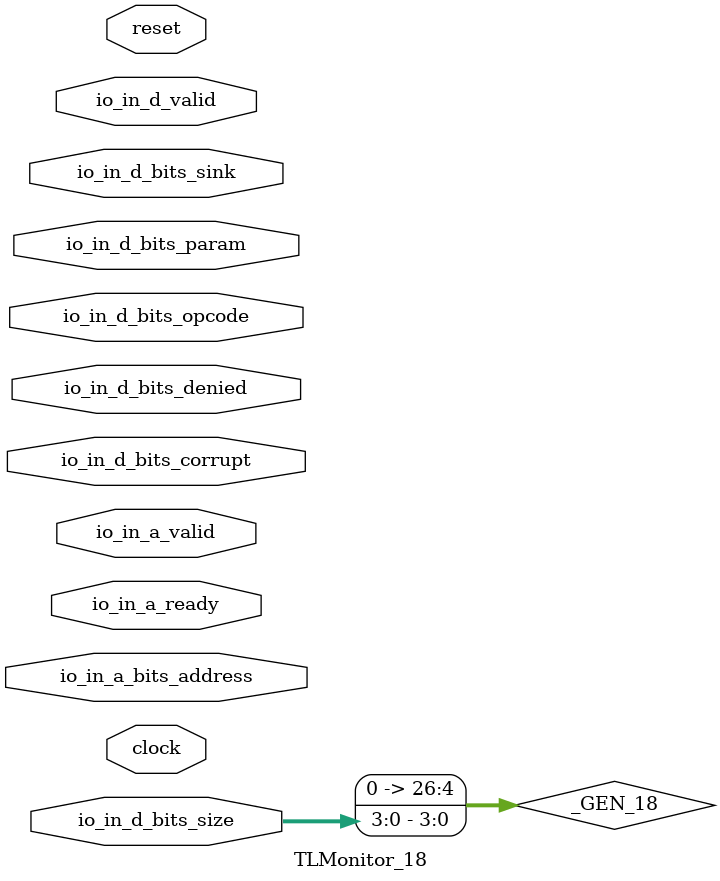
<source format=sv>
`ifndef RANDOMIZE
  `ifdef RANDOMIZE_MEM_INIT
    `define RANDOMIZE
  `endif // RANDOMIZE_MEM_INIT
`endif // not def RANDOMIZE
`ifndef RANDOMIZE
  `ifdef RANDOMIZE_REG_INIT
    `define RANDOMIZE
  `endif // RANDOMIZE_REG_INIT
`endif // not def RANDOMIZE

`ifndef RANDOM
  `define RANDOM $random
`endif // not def RANDOM

// Users can define INIT_RANDOM as general code that gets injected into the
// initializer block for modules with registers.
`ifndef INIT_RANDOM
  `define INIT_RANDOM
`endif // not def INIT_RANDOM

// If using random initialization, you can also define RANDOMIZE_DELAY to
// customize the delay used, otherwise 0.002 is used.
`ifndef RANDOMIZE_DELAY
  `define RANDOMIZE_DELAY 0.002
`endif // not def RANDOMIZE_DELAY

// Define INIT_RANDOM_PROLOG_ for use in our modules below.
`ifndef INIT_RANDOM_PROLOG_
  `ifdef RANDOMIZE
    `ifdef VERILATOR
      `define INIT_RANDOM_PROLOG_ `INIT_RANDOM
    `else  // VERILATOR
      `define INIT_RANDOM_PROLOG_ `INIT_RANDOM #`RANDOMIZE_DELAY begin end
    `endif // VERILATOR
  `else  // RANDOMIZE
    `define INIT_RANDOM_PROLOG_
  `endif // RANDOMIZE
`endif // not def INIT_RANDOM_PROLOG_

// Include register initializers in init blocks unless synthesis is set
`ifndef SYNTHESIS
  `ifndef ENABLE_INITIAL_REG_
    `define ENABLE_INITIAL_REG_
  `endif // not def ENABLE_INITIAL_REG_
`endif // not def SYNTHESIS

// Include rmemory initializers in init blocks unless synthesis is set
`ifndef SYNTHESIS
  `ifndef ENABLE_INITIAL_MEM_
    `define ENABLE_INITIAL_MEM_
  `endif // not def ENABLE_INITIAL_MEM_
`endif // not def SYNTHESIS

// Standard header to adapt well known macros for prints and assertions.

// Users can define 'PRINTF_COND' to add an extra gate to prints.
`ifndef PRINTF_COND_
  `ifdef PRINTF_COND
    `define PRINTF_COND_ (`PRINTF_COND)
  `else  // PRINTF_COND
    `define PRINTF_COND_ 1
  `endif // PRINTF_COND
`endif // not def PRINTF_COND_

// Users can define 'ASSERT_VERBOSE_COND' to add an extra gate to assert error printing.
`ifndef ASSERT_VERBOSE_COND_
  `ifdef ASSERT_VERBOSE_COND
    `define ASSERT_VERBOSE_COND_ (`ASSERT_VERBOSE_COND)
  `else  // ASSERT_VERBOSE_COND
    `define ASSERT_VERBOSE_COND_ 1
  `endif // ASSERT_VERBOSE_COND
`endif // not def ASSERT_VERBOSE_COND_

// Users can define 'STOP_COND' to add an extra gate to stop conditions.
`ifndef STOP_COND_
  `ifdef STOP_COND
    `define STOP_COND_ (`STOP_COND)
  `else  // STOP_COND
    `define STOP_COND_ 1
  `endif // STOP_COND
`endif // not def STOP_COND_

module TLMonitor_18(
  input        clock,
               reset,
               io_in_a_ready,	// @[generators/rocket-chip/src/main/scala/tilelink/Monitor.scala:17:14]
               io_in_a_valid,	// @[generators/rocket-chip/src/main/scala/tilelink/Monitor.scala:17:14]
  input [28:0] io_in_a_bits_address,	// @[generators/rocket-chip/src/main/scala/tilelink/Monitor.scala:17:14]
  input        io_in_d_valid,	// @[generators/rocket-chip/src/main/scala/tilelink/Monitor.scala:17:14]
  input [2:0]  io_in_d_bits_opcode,	// @[generators/rocket-chip/src/main/scala/tilelink/Monitor.scala:17:14]
  input [1:0]  io_in_d_bits_param,	// @[generators/rocket-chip/src/main/scala/tilelink/Monitor.scala:17:14]
  input [3:0]  io_in_d_bits_size,	// @[generators/rocket-chip/src/main/scala/tilelink/Monitor.scala:17:14]
  input        io_in_d_bits_sink,	// @[generators/rocket-chip/src/main/scala/tilelink/Monitor.scala:17:14]
               io_in_d_bits_denied,	// @[generators/rocket-chip/src/main/scala/tilelink/Monitor.scala:17:14]
               io_in_d_bits_corrupt	// @[generators/rocket-chip/src/main/scala/tilelink/Monitor.scala:17:14]
);

  wire [31:0] _plusarg_reader_1_out;	// @[generators/rocket-chip/src/main/scala/util/PlusArg.scala:80:11]
  wire [31:0] _plusarg_reader_out;	// @[generators/rocket-chip/src/main/scala/util/PlusArg.scala:80:11]
  wire        _a_first_T_1 = io_in_a_ready & io_in_a_valid;	// @[src/main/scala/chisel3/util/Decoupled.scala:52:35]
  reg  [8:0]  a_first_counter;	// @[generators/rocket-chip/src/main/scala/tilelink/Edges.scala:230:27]
  reg  [28:0] address;	// @[generators/rocket-chip/src/main/scala/tilelink/Monitor.scala:388:22]
  reg  [8:0]  d_first_counter;	// @[generators/rocket-chip/src/main/scala/tilelink/Edges.scala:230:27]
  reg  [2:0]  opcode_1;	// @[generators/rocket-chip/src/main/scala/tilelink/Monitor.scala:535:22]
  reg  [1:0]  param_1;	// @[generators/rocket-chip/src/main/scala/tilelink/Monitor.scala:536:22]
  reg  [3:0]  size_1;	// @[generators/rocket-chip/src/main/scala/tilelink/Monitor.scala:537:22]
  reg         sink;	// @[generators/rocket-chip/src/main/scala/tilelink/Monitor.scala:539:22]
  reg         denied;	// @[generators/rocket-chip/src/main/scala/tilelink/Monitor.scala:540:22]
  reg         inflight;	// @[generators/rocket-chip/src/main/scala/tilelink/Monitor.scala:611:27]
  reg  [3:0]  inflight_opcodes;	// @[generators/rocket-chip/src/main/scala/tilelink/Monitor.scala:613:35]
  reg  [7:0]  inflight_sizes;	// @[generators/rocket-chip/src/main/scala/tilelink/Monitor.scala:615:33]
  reg  [8:0]  a_first_counter_1;	// @[generators/rocket-chip/src/main/scala/tilelink/Edges.scala:230:27]
  wire        a_first_1 = a_first_counter_1 == 9'h0;	// @[generators/rocket-chip/src/main/scala/tilelink/Edges.scala:222:14, :230:27, :232:25]
  reg  [8:0]  d_first_counter_1;	// @[generators/rocket-chip/src/main/scala/tilelink/Edges.scala:230:27]
  wire        d_first_1 = d_first_counter_1 == 9'h0;	// @[generators/rocket-chip/src/main/scala/tilelink/Edges.scala:222:14, :230:27, :232:25]
  wire        a_set = _a_first_T_1 & a_first_1;	// @[generators/rocket-chip/src/main/scala/tilelink/Edges.scala:232:25, generators/rocket-chip/src/main/scala/tilelink/Monitor.scala:652:25, src/main/scala/chisel3/util/Decoupled.scala:52:35]
  wire        d_release_ack = io_in_d_bits_opcode == 3'h6;	// @[generators/rocket-chip/src/main/scala/tilelink/Monitor.scala:670:46]
  wire        _GEN = io_in_d_valid & d_first_1;	// @[generators/rocket-chip/src/main/scala/tilelink/Edges.scala:232:25, generators/rocket-chip/src/main/scala/tilelink/Monitor.scala:671:26]
  wire        d_clr_wo_ready = _GEN & ~d_release_ack;	// @[generators/rocket-chip/src/main/scala/tilelink/Monitor.scala:670:46, :671:{26,71,74}]
  reg  [31:0] watchdog;	// @[generators/rocket-chip/src/main/scala/tilelink/Monitor.scala:706:27]
  reg         inflight_1;	// @[generators/rocket-chip/src/main/scala/tilelink/Monitor.scala:723:35]
  reg  [7:0]  inflight_sizes_1;	// @[generators/rocket-chip/src/main/scala/tilelink/Monitor.scala:725:35]
  reg  [8:0]  d_first_counter_2;	// @[generators/rocket-chip/src/main/scala/tilelink/Edges.scala:230:27]
  wire        d_first_2 = d_first_counter_2 == 9'h0;	// @[generators/rocket-chip/src/main/scala/tilelink/Edges.scala:222:14, :230:27, :232:25]
  wire        d_clr_1 = io_in_d_valid & d_first_2 & d_release_ack;	// @[generators/rocket-chip/src/main/scala/tilelink/Edges.scala:232:25, generators/rocket-chip/src/main/scala/tilelink/Monitor.scala:670:46, :785:70]
  reg  [31:0] watchdog_1;	// @[generators/rocket-chip/src/main/scala/tilelink/Monitor.scala:815:27]
  `ifndef SYNTHESIS	// @[generators/rocket-chip/src/main/scala/tilelink/Monitor.scala:42:11]
    wire [7:0][2:0] _GEN_0 = '{3'h4, 3'h5, 3'h2, 3'h1, 3'h1, 3'h1, 3'h0, 3'h0};	// @[generators/rocket-chip/src/main/scala/tilelink/Monitor.scala:690:38]
    wire [7:0][2:0] _GEN_1 = '{3'h4, 3'h4, 3'h2, 3'h1, 3'h1, 3'h1, 3'h0, 3'h0};	// @[generators/rocket-chip/src/main/scala/tilelink/Monitor.scala:689:38]
    wire            mask_eq_2 = ~(io_in_a_bits_address[2]) & ~(io_in_a_bits_address[1]);	// @[generators/rocket-chip/src/main/scala/util/Misc.scala:210:26, :211:20, :214:27]
    wire            mask_eq_3 = ~(io_in_a_bits_address[2]) & io_in_a_bits_address[1];	// @[generators/rocket-chip/src/main/scala/util/Misc.scala:210:26, :211:20, :214:27]
    wire            mask_eq_4 = io_in_a_bits_address[2] & ~(io_in_a_bits_address[1]);	// @[generators/rocket-chip/src/main/scala/util/Misc.scala:210:26, :211:20, :214:27]
    wire            mask_eq_5 = io_in_a_bits_address[2] & io_in_a_bits_address[1];	// @[generators/rocket-chip/src/main/scala/util/Misc.scala:210:26, :214:27]
    wire            _GEN_2 = io_in_a_valid & ~reset;	// @[generators/rocket-chip/src/main/scala/tilelink/Monitor.scala:42:11]
    wire            _GEN_3 = io_in_d_valid & io_in_d_bits_opcode == 3'h6 & ~reset;	// @[generators/rocket-chip/src/main/scala/tilelink/Monitor.scala:42:11, :49:11, :310:25]
    wire            _GEN_4 = io_in_d_bits_size < 4'h3;	// @[generators/rocket-chip/src/main/scala/tilelink/Monitor.scala:312:27]
    wire            _GEN_5 = io_in_d_valid & io_in_d_bits_opcode == 3'h4 & ~reset;	// @[generators/rocket-chip/src/main/scala/tilelink/Monitor.scala:42:11, :49:11, :318:25]
    wire            _GEN_6 = io_in_d_bits_param == 2'h2;	// @[generators/rocket-chip/src/main/scala/tilelink/Bundles.scala:111:27, generators/rocket-chip/src/main/scala/tilelink/Monitor.scala:323:28]
    wire            _GEN_7 = io_in_d_valid & io_in_d_bits_opcode == 3'h5 & ~reset;	// @[generators/rocket-chip/src/main/scala/tilelink/Monitor.scala:42:11, :49:11, :328:25]
    wire            _GEN_8 = ~io_in_d_bits_denied | io_in_d_bits_corrupt;	// @[generators/rocket-chip/src/main/scala/tilelink/Monitor.scala:334:{15,30}]
    wire            _GEN_9 = io_in_d_bits_opcode == 3'h0;	// @[generators/rocket-chip/src/main/scala/tilelink/Monitor.scala:338:25]
    wire            _GEN_10 = io_in_d_valid & _GEN_9 & ~reset;	// @[generators/rocket-chip/src/main/scala/tilelink/Monitor.scala:42:11, :49:11, :338:25]
    wire            _GEN_11 = io_in_d_valid & io_in_d_bits_opcode == 3'h1 & ~reset;	// @[generators/rocket-chip/src/main/scala/tilelink/Monitor.scala:42:11, :49:11, :346:25]
    wire            _GEN_12 = io_in_d_valid & io_in_d_bits_opcode == 3'h2 & ~reset;	// @[generators/rocket-chip/src/main/scala/tilelink/Monitor.scala:42:11, :49:11, :354:25]
    wire            _GEN_13 = io_in_d_valid & (|d_first_counter) & ~reset;	// @[generators/rocket-chip/src/main/scala/tilelink/Edges.scala:230:27, :232:25, generators/rocket-chip/src/main/scala/tilelink/Monitor.scala:42:11, :49:11]
    wire            a_set_wo_ready = io_in_a_valid & a_first_1;	// @[generators/rocket-chip/src/main/scala/tilelink/Edges.scala:232:25, generators/rocket-chip/src/main/scala/tilelink/Monitor.scala:648:26]
    wire            _GEN_14 = d_clr_wo_ready & a_set_wo_ready & ~reset;	// @[generators/rocket-chip/src/main/scala/tilelink/Monitor.scala:42:11, :49:11, :648:26, :671:71]
    wire            _GEN_15 = d_clr_wo_ready & ~a_set_wo_ready & ~reset;	// @[generators/rocket-chip/src/main/scala/tilelink/Monitor.scala:42:11, :49:11, :648:26, :671:71, :684:30]
    wire [7:0]      _GEN_16 = {4'h0, io_in_d_bits_size};	// @[generators/rocket-chip/src/main/scala/tilelink/Bundles.scala:111:27, generators/rocket-chip/src/main/scala/tilelink/Monitor.scala:634:69, :638:65, :656:79, :657:77, :691:36, generators/rocket-chip/src/main/scala/util/Misc.scala:206:21]
    wire            _GEN_17 = d_clr_1 & ~reset;	// @[generators/rocket-chip/src/main/scala/tilelink/Monitor.scala:42:11, :49:11, :785:70]
    always @(posedge clock) begin	// @[generators/rocket-chip/src/main/scala/tilelink/Monitor.scala:42:11]
      if (_GEN_2 & ~({io_in_a_bits_address[28:14], ~(io_in_a_bits_address[13:12])} == 17'h0 | io_in_a_bits_address[28:13] == 16'h0 | {io_in_a_bits_address[28:21], io_in_a_bits_address[20:17] ^ 4'h8, io_in_a_bits_address[15:12]} == 16'h0 | {io_in_a_bits_address[28:26], io_in_a_bits_address[25:16] ^ 10'h200} == 13'h0 | {io_in_a_bits_address[28:26], io_in_a_bits_address[25:12] ^ 14'h2010} == 17'h0 | {io_in_a_bits_address[28], ~(io_in_a_bits_address[27:26])} == 3'h0 | io_in_a_bits_address[28:12] == 17'h10020)) begin	// @[generators/rocket-chip/src/main/scala/diplomacy/Parameters.scala:137:{31,41,46,59}, generators/rocket-chip/src/main/scala/tilelink/Monitor.scala:17:14, :42:11, generators/rocket-chip/src/main/scala/tilelink/Parameters.scala:673:26]
        if (`ASSERT_VERBOSE_COND_)	// @[generators/rocket-chip/src/main/scala/tilelink/Monitor.scala:42:11]
          $error("Assertion failed: 'A' channel carries PutFull type which is unexpected using diplomatic parameters (connected at generators/rocket-chip/src/main/scala/tilelink/BusWrapper.scala:95:33)\n    at Monitor.scala:42 assert(cond, message)\n");	// @[generators/rocket-chip/src/main/scala/tilelink/Monitor.scala:42:11]
        if (`STOP_COND_)	// @[generators/rocket-chip/src/main/scala/tilelink/Monitor.scala:42:11]
          $fatal;	// @[generators/rocket-chip/src/main/scala/tilelink/Monitor.scala:42:11]
      end
      if (_GEN_2 & (|(io_in_a_bits_address[1:0]))) begin	// @[generators/rocket-chip/src/main/scala/tilelink/Edges.scala:22:{16,24}, generators/rocket-chip/src/main/scala/tilelink/Monitor.scala:42:11]
        if (`ASSERT_VERBOSE_COND_)	// @[generators/rocket-chip/src/main/scala/tilelink/Monitor.scala:42:11]
          $error("Assertion failed: 'A' channel PutFull address not aligned to size (connected at generators/rocket-chip/src/main/scala/tilelink/BusWrapper.scala:95:33)\n    at Monitor.scala:42 assert(cond, message)\n");	// @[generators/rocket-chip/src/main/scala/tilelink/Monitor.scala:42:11]
        if (`STOP_COND_)	// @[generators/rocket-chip/src/main/scala/tilelink/Monitor.scala:42:11]
          $fatal;	// @[generators/rocket-chip/src/main/scala/tilelink/Monitor.scala:42:11]
      end
      if (_GEN_2 & {io_in_a_bits_address[2] | mask_eq_5 & io_in_a_bits_address[0], io_in_a_bits_address[2] | mask_eq_5 & ~(io_in_a_bits_address[0]), io_in_a_bits_address[2] | mask_eq_4 & io_in_a_bits_address[0], io_in_a_bits_address[2] | mask_eq_4 & ~(io_in_a_bits_address[0]), ~(io_in_a_bits_address[2]) | mask_eq_3 & io_in_a_bits_address[0], ~(io_in_a_bits_address[2]) | mask_eq_3 & ~(io_in_a_bits_address[0]), ~(io_in_a_bits_address[2]) | mask_eq_2 & io_in_a_bits_address[0], ~(io_in_a_bits_address[2]) | mask_eq_2 & ~(io_in_a_bits_address[0])} != 8'hF) begin	// @[generators/rocket-chip/src/main/scala/tilelink/Monitor.scala:17:14, :42:11, :119:30, generators/rocket-chip/src/main/scala/util/Misc.scala:210:26, :211:20, :214:27, :215:29, :222:10]
        if (`ASSERT_VERBOSE_COND_)	// @[generators/rocket-chip/src/main/scala/tilelink/Monitor.scala:42:11]
          $error("Assertion failed: 'A' channel PutFull contains invalid mask (connected at generators/rocket-chip/src/main/scala/tilelink/BusWrapper.scala:95:33)\n    at Monitor.scala:42 assert(cond, message)\n");	// @[generators/rocket-chip/src/main/scala/tilelink/Monitor.scala:42:11]
        if (`STOP_COND_)	// @[generators/rocket-chip/src/main/scala/tilelink/Monitor.scala:42:11]
          $fatal;	// @[generators/rocket-chip/src/main/scala/tilelink/Monitor.scala:42:11]
      end
      if (io_in_d_valid & ~reset & (&io_in_d_bits_opcode)) begin	// @[generators/rocket-chip/src/main/scala/tilelink/Bundles.scala:45:24, generators/rocket-chip/src/main/scala/tilelink/Monitor.scala:42:11, :49:11]
        if (`ASSERT_VERBOSE_COND_)	// @[generators/rocket-chip/src/main/scala/tilelink/Monitor.scala:49:11]
          $error("Assertion failed: 'D' channel has invalid opcode (connected at generators/rocket-chip/src/main/scala/tilelink/BusWrapper.scala:95:33)\n    at Monitor.scala:49 assert(cond, message)\n");	// @[generators/rocket-chip/src/main/scala/tilelink/Monitor.scala:49:11]
        if (`STOP_COND_)	// @[generators/rocket-chip/src/main/scala/tilelink/Monitor.scala:49:11]
          $fatal;	// @[generators/rocket-chip/src/main/scala/tilelink/Monitor.scala:49:11]
      end
      if (_GEN_3 & _GEN_4) begin	// @[generators/rocket-chip/src/main/scala/tilelink/Monitor.scala:49:11, :312:27]
        if (`ASSERT_VERBOSE_COND_)	// @[generators/rocket-chip/src/main/scala/tilelink/Monitor.scala:49:11]
          $error("Assertion failed: 'D' channel ReleaseAck smaller than a beat (connected at generators/rocket-chip/src/main/scala/tilelink/BusWrapper.scala:95:33)\n    at Monitor.scala:49 assert(cond, message)\n");	// @[generators/rocket-chip/src/main/scala/tilelink/Monitor.scala:49:11]
        if (`STOP_COND_)	// @[generators/rocket-chip/src/main/scala/tilelink/Monitor.scala:49:11]
          $fatal;	// @[generators/rocket-chip/src/main/scala/tilelink/Monitor.scala:49:11]
      end
      if (_GEN_3 & (|io_in_d_bits_param)) begin	// @[generators/rocket-chip/src/main/scala/tilelink/Monitor.scala:49:11, :313:28]
        if (`ASSERT_VERBOSE_COND_)	// @[generators/rocket-chip/src/main/scala/tilelink/Monitor.scala:49:11]
          $error("Assertion failed: 'D' channel ReleaseeAck carries invalid param (connected at generators/rocket-chip/src/main/scala/tilelink/BusWrapper.scala:95:33)\n    at Monitor.scala:49 assert(cond, message)\n");	// @[generators/rocket-chip/src/main/scala/tilelink/Monitor.scala:49:11]
        if (`STOP_COND_)	// @[generators/rocket-chip/src/main/scala/tilelink/Monitor.scala:49:11]
          $fatal;	// @[generators/rocket-chip/src/main/scala/tilelink/Monitor.scala:49:11]
      end
      if (_GEN_3 & io_in_d_bits_corrupt) begin	// @[generators/rocket-chip/src/main/scala/tilelink/Monitor.scala:49:11]
        if (`ASSERT_VERBOSE_COND_)	// @[generators/rocket-chip/src/main/scala/tilelink/Monitor.scala:49:11]
          $error("Assertion failed: 'D' channel ReleaseAck is corrupt (connected at generators/rocket-chip/src/main/scala/tilelink/BusWrapper.scala:95:33)\n    at Monitor.scala:49 assert(cond, message)\n");	// @[generators/rocket-chip/src/main/scala/tilelink/Monitor.scala:49:11]
        if (`STOP_COND_)	// @[generators/rocket-chip/src/main/scala/tilelink/Monitor.scala:49:11]
          $fatal;	// @[generators/rocket-chip/src/main/scala/tilelink/Monitor.scala:49:11]
      end
      if (_GEN_3 & io_in_d_bits_denied) begin	// @[generators/rocket-chip/src/main/scala/tilelink/Monitor.scala:49:11]
        if (`ASSERT_VERBOSE_COND_)	// @[generators/rocket-chip/src/main/scala/tilelink/Monitor.scala:49:11]
          $error("Assertion failed: 'D' channel ReleaseAck is denied (connected at generators/rocket-chip/src/main/scala/tilelink/BusWrapper.scala:95:33)\n    at Monitor.scala:49 assert(cond, message)\n");	// @[generators/rocket-chip/src/main/scala/tilelink/Monitor.scala:49:11]
        if (`STOP_COND_)	// @[generators/rocket-chip/src/main/scala/tilelink/Monitor.scala:49:11]
          $fatal;	// @[generators/rocket-chip/src/main/scala/tilelink/Monitor.scala:49:11]
      end
      if (_GEN_5) begin	// @[generators/rocket-chip/src/main/scala/tilelink/Monitor.scala:49:11]
        if (`ASSERT_VERBOSE_COND_)	// @[generators/rocket-chip/src/main/scala/tilelink/Monitor.scala:49:11]
          $error("Assertion failed: 'D' channel Grant carries invalid sink ID (connected at generators/rocket-chip/src/main/scala/tilelink/BusWrapper.scala:95:33)\n    at Monitor.scala:49 assert(cond, message)\n");	// @[generators/rocket-chip/src/main/scala/tilelink/Monitor.scala:49:11]
        if (`STOP_COND_)	// @[generators/rocket-chip/src/main/scala/tilelink/Monitor.scala:49:11]
          $fatal;	// @[generators/rocket-chip/src/main/scala/tilelink/Monitor.scala:49:11]
      end
      if (_GEN_5 & _GEN_4) begin	// @[generators/rocket-chip/src/main/scala/tilelink/Monitor.scala:49:11, :312:27]
        if (`ASSERT_VERBOSE_COND_)	// @[generators/rocket-chip/src/main/scala/tilelink/Monitor.scala:49:11]
          $error("Assertion failed: 'D' channel Grant smaller than a beat (connected at generators/rocket-chip/src/main/scala/tilelink/BusWrapper.scala:95:33)\n    at Monitor.scala:49 assert(cond, message)\n");	// @[generators/rocket-chip/src/main/scala/tilelink/Monitor.scala:49:11]
        if (`STOP_COND_)	// @[generators/rocket-chip/src/main/scala/tilelink/Monitor.scala:49:11]
          $fatal;	// @[generators/rocket-chip/src/main/scala/tilelink/Monitor.scala:49:11]
      end
      if (_GEN_5 & (&io_in_d_bits_param)) begin	// @[generators/rocket-chip/src/main/scala/tilelink/Bundles.scala:105:26, generators/rocket-chip/src/main/scala/tilelink/Monitor.scala:49:11]
        if (`ASSERT_VERBOSE_COND_)	// @[generators/rocket-chip/src/main/scala/tilelink/Monitor.scala:49:11]
          $error("Assertion failed: 'D' channel Grant carries invalid cap param (connected at generators/rocket-chip/src/main/scala/tilelink/BusWrapper.scala:95:33)\n    at Monitor.scala:49 assert(cond, message)\n");	// @[generators/rocket-chip/src/main/scala/tilelink/Monitor.scala:49:11]
        if (`STOP_COND_)	// @[generators/rocket-chip/src/main/scala/tilelink/Monitor.scala:49:11]
          $fatal;	// @[generators/rocket-chip/src/main/scala/tilelink/Monitor.scala:49:11]
      end
      if (_GEN_5 & _GEN_6) begin	// @[generators/rocket-chip/src/main/scala/tilelink/Monitor.scala:49:11, :323:28]
        if (`ASSERT_VERBOSE_COND_)	// @[generators/rocket-chip/src/main/scala/tilelink/Monitor.scala:49:11]
          $error("Assertion failed: 'D' channel Grant carries toN param (connected at generators/rocket-chip/src/main/scala/tilelink/BusWrapper.scala:95:33)\n    at Monitor.scala:49 assert(cond, message)\n");	// @[generators/rocket-chip/src/main/scala/tilelink/Monitor.scala:49:11]
        if (`STOP_COND_)	// @[generators/rocket-chip/src/main/scala/tilelink/Monitor.scala:49:11]
          $fatal;	// @[generators/rocket-chip/src/main/scala/tilelink/Monitor.scala:49:11]
      end
      if (_GEN_5 & io_in_d_bits_corrupt) begin	// @[generators/rocket-chip/src/main/scala/tilelink/Monitor.scala:49:11]
        if (`ASSERT_VERBOSE_COND_)	// @[generators/rocket-chip/src/main/scala/tilelink/Monitor.scala:49:11]
          $error("Assertion failed: 'D' channel Grant is corrupt (connected at generators/rocket-chip/src/main/scala/tilelink/BusWrapper.scala:95:33)\n    at Monitor.scala:49 assert(cond, message)\n");	// @[generators/rocket-chip/src/main/scala/tilelink/Monitor.scala:49:11]
        if (`STOP_COND_)	// @[generators/rocket-chip/src/main/scala/tilelink/Monitor.scala:49:11]
          $fatal;	// @[generators/rocket-chip/src/main/scala/tilelink/Monitor.scala:49:11]
      end
      if (_GEN_7) begin	// @[generators/rocket-chip/src/main/scala/tilelink/Monitor.scala:49:11]
        if (`ASSERT_VERBOSE_COND_)	// @[generators/rocket-chip/src/main/scala/tilelink/Monitor.scala:49:11]
          $error("Assertion failed: 'D' channel GrantData carries invalid sink ID (connected at generators/rocket-chip/src/main/scala/tilelink/BusWrapper.scala:95:33)\n    at Monitor.scala:49 assert(cond, message)\n");	// @[generators/rocket-chip/src/main/scala/tilelink/Monitor.scala:49:11]
        if (`STOP_COND_)	// @[generators/rocket-chip/src/main/scala/tilelink/Monitor.scala:49:11]
          $fatal;	// @[generators/rocket-chip/src/main/scala/tilelink/Monitor.scala:49:11]
      end
      if (_GEN_7 & _GEN_4) begin	// @[generators/rocket-chip/src/main/scala/tilelink/Monitor.scala:49:11, :312:27]
        if (`ASSERT_VERBOSE_COND_)	// @[generators/rocket-chip/src/main/scala/tilelink/Monitor.scala:49:11]
          $error("Assertion failed: 'D' channel GrantData smaller than a beat (connected at generators/rocket-chip/src/main/scala/tilelink/BusWrapper.scala:95:33)\n    at Monitor.scala:49 assert(cond, message)\n");	// @[generators/rocket-chip/src/main/scala/tilelink/Monitor.scala:49:11]
        if (`STOP_COND_)	// @[generators/rocket-chip/src/main/scala/tilelink/Monitor.scala:49:11]
          $fatal;	// @[generators/rocket-chip/src/main/scala/tilelink/Monitor.scala:49:11]
      end
      if (_GEN_7 & (&io_in_d_bits_param)) begin	// @[generators/rocket-chip/src/main/scala/tilelink/Bundles.scala:105:26, generators/rocket-chip/src/main/scala/tilelink/Monitor.scala:49:11]
        if (`ASSERT_VERBOSE_COND_)	// @[generators/rocket-chip/src/main/scala/tilelink/Monitor.scala:49:11]
          $error("Assertion failed: 'D' channel GrantData carries invalid cap param (connected at generators/rocket-chip/src/main/scala/tilelink/BusWrapper.scala:95:33)\n    at Monitor.scala:49 assert(cond, message)\n");	// @[generators/rocket-chip/src/main/scala/tilelink/Monitor.scala:49:11]
        if (`STOP_COND_)	// @[generators/rocket-chip/src/main/scala/tilelink/Monitor.scala:49:11]
          $fatal;	// @[generators/rocket-chip/src/main/scala/tilelink/Monitor.scala:49:11]
      end
      if (_GEN_7 & _GEN_6) begin	// @[generators/rocket-chip/src/main/scala/tilelink/Monitor.scala:49:11, :323:28]
        if (`ASSERT_VERBOSE_COND_)	// @[generators/rocket-chip/src/main/scala/tilelink/Monitor.scala:49:11]
          $error("Assertion failed: 'D' channel GrantData carries toN param (connected at generators/rocket-chip/src/main/scala/tilelink/BusWrapper.scala:95:33)\n    at Monitor.scala:49 assert(cond, message)\n");	// @[generators/rocket-chip/src/main/scala/tilelink/Monitor.scala:49:11]
        if (`STOP_COND_)	// @[generators/rocket-chip/src/main/scala/tilelink/Monitor.scala:49:11]
          $fatal;	// @[generators/rocket-chip/src/main/scala/tilelink/Monitor.scala:49:11]
      end
      if (_GEN_7 & ~_GEN_8) begin	// @[generators/rocket-chip/src/main/scala/tilelink/Monitor.scala:49:11, :334:30]
        if (`ASSERT_VERBOSE_COND_)	// @[generators/rocket-chip/src/main/scala/tilelink/Monitor.scala:49:11]
          $error("Assertion failed: 'D' channel GrantData is denied but not corrupt (connected at generators/rocket-chip/src/main/scala/tilelink/BusWrapper.scala:95:33)\n    at Monitor.scala:49 assert(cond, message)\n");	// @[generators/rocket-chip/src/main/scala/tilelink/Monitor.scala:49:11]
        if (`STOP_COND_)	// @[generators/rocket-chip/src/main/scala/tilelink/Monitor.scala:49:11]
          $fatal;	// @[generators/rocket-chip/src/main/scala/tilelink/Monitor.scala:49:11]
      end
      if (_GEN_10 & (|io_in_d_bits_param)) begin	// @[generators/rocket-chip/src/main/scala/tilelink/Monitor.scala:49:11, :313:28]
        if (`ASSERT_VERBOSE_COND_)	// @[generators/rocket-chip/src/main/scala/tilelink/Monitor.scala:49:11]
          $error("Assertion failed: 'D' channel AccessAck carries invalid param (connected at generators/rocket-chip/src/main/scala/tilelink/BusWrapper.scala:95:33)\n    at Monitor.scala:49 assert(cond, message)\n");	// @[generators/rocket-chip/src/main/scala/tilelink/Monitor.scala:49:11]
        if (`STOP_COND_)	// @[generators/rocket-chip/src/main/scala/tilelink/Monitor.scala:49:11]
          $fatal;	// @[generators/rocket-chip/src/main/scala/tilelink/Monitor.scala:49:11]
      end
      if (_GEN_10 & io_in_d_bits_corrupt) begin	// @[generators/rocket-chip/src/main/scala/tilelink/Monitor.scala:49:11]
        if (`ASSERT_VERBOSE_COND_)	// @[generators/rocket-chip/src/main/scala/tilelink/Monitor.scala:49:11]
          $error("Assertion failed: 'D' channel AccessAck is corrupt (connected at generators/rocket-chip/src/main/scala/tilelink/BusWrapper.scala:95:33)\n    at Monitor.scala:49 assert(cond, message)\n");	// @[generators/rocket-chip/src/main/scala/tilelink/Monitor.scala:49:11]
        if (`STOP_COND_)	// @[generators/rocket-chip/src/main/scala/tilelink/Monitor.scala:49:11]
          $fatal;	// @[generators/rocket-chip/src/main/scala/tilelink/Monitor.scala:49:11]
      end
      if (_GEN_11 & (|io_in_d_bits_param)) begin	// @[generators/rocket-chip/src/main/scala/tilelink/Monitor.scala:49:11, :313:28]
        if (`ASSERT_VERBOSE_COND_)	// @[generators/rocket-chip/src/main/scala/tilelink/Monitor.scala:49:11]
          $error("Assertion failed: 'D' channel AccessAckData carries invalid param (connected at generators/rocket-chip/src/main/scala/tilelink/BusWrapper.scala:95:33)\n    at Monitor.scala:49 assert(cond, message)\n");	// @[generators/rocket-chip/src/main/scala/tilelink/Monitor.scala:49:11]
        if (`STOP_COND_)	// @[generators/rocket-chip/src/main/scala/tilelink/Monitor.scala:49:11]
          $fatal;	// @[generators/rocket-chip/src/main/scala/tilelink/Monitor.scala:49:11]
      end
      if (_GEN_11 & ~_GEN_8) begin	// @[generators/rocket-chip/src/main/scala/tilelink/Monitor.scala:49:11, :334:30]
        if (`ASSERT_VERBOSE_COND_)	// @[generators/rocket-chip/src/main/scala/tilelink/Monitor.scala:49:11]
          $error("Assertion failed: 'D' channel AccessAckData is denied but not corrupt (connected at generators/rocket-chip/src/main/scala/tilelink/BusWrapper.scala:95:33)\n    at Monitor.scala:49 assert(cond, message)\n");	// @[generators/rocket-chip/src/main/scala/tilelink/Monitor.scala:49:11]
        if (`STOP_COND_)	// @[generators/rocket-chip/src/main/scala/tilelink/Monitor.scala:49:11]
          $fatal;	// @[generators/rocket-chip/src/main/scala/tilelink/Monitor.scala:49:11]
      end
      if (_GEN_12 & (|io_in_d_bits_param)) begin	// @[generators/rocket-chip/src/main/scala/tilelink/Monitor.scala:49:11, :313:28]
        if (`ASSERT_VERBOSE_COND_)	// @[generators/rocket-chip/src/main/scala/tilelink/Monitor.scala:49:11]
          $error("Assertion failed: 'D' channel HintAck carries invalid param (connected at generators/rocket-chip/src/main/scala/tilelink/BusWrapper.scala:95:33)\n    at Monitor.scala:49 assert(cond, message)\n");	// @[generators/rocket-chip/src/main/scala/tilelink/Monitor.scala:49:11]
        if (`STOP_COND_)	// @[generators/rocket-chip/src/main/scala/tilelink/Monitor.scala:49:11]
          $fatal;	// @[generators/rocket-chip/src/main/scala/tilelink/Monitor.scala:49:11]
      end
      if (_GEN_12 & io_in_d_bits_corrupt) begin	// @[generators/rocket-chip/src/main/scala/tilelink/Monitor.scala:49:11]
        if (`ASSERT_VERBOSE_COND_)	// @[generators/rocket-chip/src/main/scala/tilelink/Monitor.scala:49:11]
          $error("Assertion failed: 'D' channel HintAck is corrupt (connected at generators/rocket-chip/src/main/scala/tilelink/BusWrapper.scala:95:33)\n    at Monitor.scala:49 assert(cond, message)\n");	// @[generators/rocket-chip/src/main/scala/tilelink/Monitor.scala:49:11]
        if (`STOP_COND_)	// @[generators/rocket-chip/src/main/scala/tilelink/Monitor.scala:49:11]
          $fatal;	// @[generators/rocket-chip/src/main/scala/tilelink/Monitor.scala:49:11]
      end
      if (io_in_a_valid & (|a_first_counter) & ~reset & io_in_a_bits_address != address) begin	// @[generators/rocket-chip/src/main/scala/tilelink/Edges.scala:230:27, :232:25, generators/rocket-chip/src/main/scala/tilelink/Monitor.scala:42:11, :388:22, :394:32]
        if (`ASSERT_VERBOSE_COND_)	// @[generators/rocket-chip/src/main/scala/tilelink/Monitor.scala:42:11]
          $error("Assertion failed: 'A' channel address changed with multibeat operation (connected at generators/rocket-chip/src/main/scala/tilelink/BusWrapper.scala:95:33)\n    at Monitor.scala:42 assert(cond, message)\n");	// @[generators/rocket-chip/src/main/scala/tilelink/Monitor.scala:42:11]
        if (`STOP_COND_)	// @[generators/rocket-chip/src/main/scala/tilelink/Monitor.scala:42:11]
          $fatal;	// @[generators/rocket-chip/src/main/scala/tilelink/Monitor.scala:42:11]
      end
      if (_GEN_13 & io_in_d_bits_opcode != opcode_1) begin	// @[generators/rocket-chip/src/main/scala/tilelink/Monitor.scala:49:11, :535:22, :542:29]
        if (`ASSERT_VERBOSE_COND_)	// @[generators/rocket-chip/src/main/scala/tilelink/Monitor.scala:49:11]
          $error("Assertion failed: 'D' channel opcode changed within multibeat operation (connected at generators/rocket-chip/src/main/scala/tilelink/BusWrapper.scala:95:33)\n    at Monitor.scala:49 assert(cond, message)\n");	// @[generators/rocket-chip/src/main/scala/tilelink/Monitor.scala:49:11]
        if (`STOP_COND_)	// @[generators/rocket-chip/src/main/scala/tilelink/Monitor.scala:49:11]
          $fatal;	// @[generators/rocket-chip/src/main/scala/tilelink/Monitor.scala:49:11]
      end
      if (_GEN_13 & io_in_d_bits_param != param_1) begin	// @[generators/rocket-chip/src/main/scala/tilelink/Monitor.scala:49:11, :536:22, :543:29]
        if (`ASSERT_VERBOSE_COND_)	// @[generators/rocket-chip/src/main/scala/tilelink/Monitor.scala:49:11]
          $error("Assertion failed: 'D' channel param changed within multibeat operation (connected at generators/rocket-chip/src/main/scala/tilelink/BusWrapper.scala:95:33)\n    at Monitor.scala:49 assert(cond, message)\n");	// @[generators/rocket-chip/src/main/scala/tilelink/Monitor.scala:49:11]
        if (`STOP_COND_)	// @[generators/rocket-chip/src/main/scala/tilelink/Monitor.scala:49:11]
          $fatal;	// @[generators/rocket-chip/src/main/scala/tilelink/Monitor.scala:49:11]
      end
      if (_GEN_13 & io_in_d_bits_size != size_1) begin	// @[generators/rocket-chip/src/main/scala/tilelink/Monitor.scala:49:11, :537:22, :544:29]
        if (`ASSERT_VERBOSE_COND_)	// @[generators/rocket-chip/src/main/scala/tilelink/Monitor.scala:49:11]
          $error("Assertion failed: 'D' channel size changed within multibeat operation (connected at generators/rocket-chip/src/main/scala/tilelink/BusWrapper.scala:95:33)\n    at Monitor.scala:49 assert(cond, message)\n");	// @[generators/rocket-chip/src/main/scala/tilelink/Monitor.scala:49:11]
        if (`STOP_COND_)	// @[generators/rocket-chip/src/main/scala/tilelink/Monitor.scala:49:11]
          $fatal;	// @[generators/rocket-chip/src/main/scala/tilelink/Monitor.scala:49:11]
      end
      if (_GEN_13 & io_in_d_bits_sink != sink) begin	// @[generators/rocket-chip/src/main/scala/tilelink/Monitor.scala:49:11, :539:22, :546:29]
        if (`ASSERT_VERBOSE_COND_)	// @[generators/rocket-chip/src/main/scala/tilelink/Monitor.scala:49:11]
          $error("Assertion failed: 'D' channel sink changed with multibeat operation (connected at generators/rocket-chip/src/main/scala/tilelink/BusWrapper.scala:95:33)\n    at Monitor.scala:49 assert(cond, message)\n");	// @[generators/rocket-chip/src/main/scala/tilelink/Monitor.scala:49:11]
        if (`STOP_COND_)	// @[generators/rocket-chip/src/main/scala/tilelink/Monitor.scala:49:11]
          $fatal;	// @[generators/rocket-chip/src/main/scala/tilelink/Monitor.scala:49:11]
      end
      if (_GEN_13 & io_in_d_bits_denied != denied) begin	// @[generators/rocket-chip/src/main/scala/tilelink/Monitor.scala:49:11, :540:22, :547:29]
        if (`ASSERT_VERBOSE_COND_)	// @[generators/rocket-chip/src/main/scala/tilelink/Monitor.scala:49:11]
          $error("Assertion failed: 'D' channel denied changed with multibeat operation (connected at generators/rocket-chip/src/main/scala/tilelink/BusWrapper.scala:95:33)\n    at Monitor.scala:49 assert(cond, message)\n");	// @[generators/rocket-chip/src/main/scala/tilelink/Monitor.scala:49:11]
        if (`STOP_COND_)	// @[generators/rocket-chip/src/main/scala/tilelink/Monitor.scala:49:11]
          $fatal;	// @[generators/rocket-chip/src/main/scala/tilelink/Monitor.scala:49:11]
      end
      if (a_set & ~reset & inflight) begin	// @[generators/rocket-chip/src/main/scala/tilelink/Monitor.scala:42:11, :611:27, :652:25]
        if (`ASSERT_VERBOSE_COND_)	// @[generators/rocket-chip/src/main/scala/tilelink/Monitor.scala:42:11]
          $error("Assertion failed: 'A' channel re-used a source ID (connected at generators/rocket-chip/src/main/scala/tilelink/BusWrapper.scala:95:33)\n    at Monitor.scala:42 assert(cond, message)\n");	// @[generators/rocket-chip/src/main/scala/tilelink/Monitor.scala:42:11]
        if (`STOP_COND_)	// @[generators/rocket-chip/src/main/scala/tilelink/Monitor.scala:42:11]
          $fatal;	// @[generators/rocket-chip/src/main/scala/tilelink/Monitor.scala:42:11]
      end
      if (d_clr_wo_ready & ~reset & ~(inflight | a_set_wo_ready)) begin	// @[generators/rocket-chip/src/main/scala/tilelink/Monitor.scala:42:11, :49:11, :611:27, :648:26, :671:71, :682:49]
        if (`ASSERT_VERBOSE_COND_)	// @[generators/rocket-chip/src/main/scala/tilelink/Monitor.scala:49:11]
          $error("Assertion failed: 'D' channel acknowledged for nothing inflight (connected at generators/rocket-chip/src/main/scala/tilelink/BusWrapper.scala:95:33)\n    at Monitor.scala:49 assert(cond, message)\n");	// @[generators/rocket-chip/src/main/scala/tilelink/Monitor.scala:49:11]
        if (`STOP_COND_)	// @[generators/rocket-chip/src/main/scala/tilelink/Monitor.scala:49:11]
          $fatal;	// @[generators/rocket-chip/src/main/scala/tilelink/Monitor.scala:49:11]
      end
      if (_GEN_14 & ~_GEN_9) begin	// @[generators/rocket-chip/src/main/scala/tilelink/Monitor.scala:49:11, :338:25]
        if (`ASSERT_VERBOSE_COND_)	// @[generators/rocket-chip/src/main/scala/tilelink/Monitor.scala:49:11]
          $error("Assertion failed: 'D' channel contains improper opcode response (connected at generators/rocket-chip/src/main/scala/tilelink/BusWrapper.scala:95:33)\n    at Monitor.scala:49 assert(cond, message)\n");	// @[generators/rocket-chip/src/main/scala/tilelink/Monitor.scala:49:11]
        if (`STOP_COND_)	// @[generators/rocket-chip/src/main/scala/tilelink/Monitor.scala:49:11]
          $fatal;	// @[generators/rocket-chip/src/main/scala/tilelink/Monitor.scala:49:11]
      end
      if (_GEN_14 & io_in_d_bits_size != 4'h2) begin	// @[generators/rocket-chip/src/main/scala/tilelink/Monitor.scala:17:14, :49:11, :687:36]
        if (`ASSERT_VERBOSE_COND_)	// @[generators/rocket-chip/src/main/scala/tilelink/Monitor.scala:49:11]
          $error("Assertion failed: 'D' channel contains improper response size (connected at generators/rocket-chip/src/main/scala/tilelink/BusWrapper.scala:95:33)\n    at Monitor.scala:49 assert(cond, message)\n");	// @[generators/rocket-chip/src/main/scala/tilelink/Monitor.scala:49:11]
        if (`STOP_COND_)	// @[generators/rocket-chip/src/main/scala/tilelink/Monitor.scala:49:11]
          $fatal;	// @[generators/rocket-chip/src/main/scala/tilelink/Monitor.scala:49:11]
      end
      if (_GEN_15 & ~(io_in_d_bits_opcode == _GEN_1[inflight_opcodes[3:1]] | io_in_d_bits_opcode == _GEN_0[inflight_opcodes[3:1]])) begin	// @[generators/rocket-chip/src/main/scala/tilelink/Monitor.scala:42:11, :49:11, :613:35, :634:152, :689:{38,72}, :690:38]
        if (`ASSERT_VERBOSE_COND_)	// @[generators/rocket-chip/src/main/scala/tilelink/Monitor.scala:49:11]
          $error("Assertion failed: 'D' channel contains improper opcode response (connected at generators/rocket-chip/src/main/scala/tilelink/BusWrapper.scala:95:33)\n    at Monitor.scala:49 assert(cond, message)\n");	// @[generators/rocket-chip/src/main/scala/tilelink/Monitor.scala:49:11]
        if (`STOP_COND_)	// @[generators/rocket-chip/src/main/scala/tilelink/Monitor.scala:49:11]
          $fatal;	// @[generators/rocket-chip/src/main/scala/tilelink/Monitor.scala:49:11]
      end
      if (_GEN_15 & _GEN_16 != {1'h0, inflight_sizes[7:1]}) begin	// @[generators/rocket-chip/src/main/scala/tilelink/Monitor.scala:17:14, :42:11, :49:11, :99:31, :615:33, :638:{19,144}, :691:36, :695:15, generators/rocket-chip/src/main/scala/util/Misc.scala:206:21, :215:38]
        if (`ASSERT_VERBOSE_COND_)	// @[generators/rocket-chip/src/main/scala/tilelink/Monitor.scala:49:11]
          $error("Assertion failed: 'D' channel contains improper response size (connected at generators/rocket-chip/src/main/scala/tilelink/BusWrapper.scala:95:33)\n    at Monitor.scala:49 assert(cond, message)\n");	// @[generators/rocket-chip/src/main/scala/tilelink/Monitor.scala:49:11]
        if (`STOP_COND_)	// @[generators/rocket-chip/src/main/scala/tilelink/Monitor.scala:49:11]
          $fatal;	// @[generators/rocket-chip/src/main/scala/tilelink/Monitor.scala:49:11]
      end
      if (_GEN & a_first_1 & io_in_a_valid & ~d_release_ack & ~reset & ~io_in_a_ready) begin	// @[generators/rocket-chip/src/main/scala/tilelink/Edges.scala:232:25, generators/rocket-chip/src/main/scala/tilelink/Monitor.scala:42:11, :49:11, :670:46, :671:{26,74}]
        if (`ASSERT_VERBOSE_COND_)	// @[generators/rocket-chip/src/main/scala/tilelink/Monitor.scala:49:11]
          $error("Assertion failed: ready check\n    at Monitor.scala:49 assert(cond, message)\n");	// @[generators/rocket-chip/src/main/scala/tilelink/Monitor.scala:49:11]
        if (`STOP_COND_)	// @[generators/rocket-chip/src/main/scala/tilelink/Monitor.scala:49:11]
          $fatal;	// @[generators/rocket-chip/src/main/scala/tilelink/Monitor.scala:49:11]
      end
      if (~reset & ~(a_set_wo_ready != d_clr_wo_ready | ~a_set_wo_ready)) begin	// @[generators/rocket-chip/src/main/scala/tilelink/Monitor.scala:42:11, :49:11, :648:26, :671:71, :684:30, :699:{29,48}]
        if (`ASSERT_VERBOSE_COND_)	// @[generators/rocket-chip/src/main/scala/tilelink/Monitor.scala:49:11]
          $error("Assertion failed: 'A' and 'D' concurrent, despite minlatency > 0 (connected at generators/rocket-chip/src/main/scala/tilelink/BusWrapper.scala:95:33)\n    at Monitor.scala:49 assert(cond, message)\n");	// @[generators/rocket-chip/src/main/scala/tilelink/Monitor.scala:49:11]
        if (`STOP_COND_)	// @[generators/rocket-chip/src/main/scala/tilelink/Monitor.scala:49:11]
          $fatal;	// @[generators/rocket-chip/src/main/scala/tilelink/Monitor.scala:49:11]
      end
      if (~reset & ~(~inflight | _plusarg_reader_out == 32'h0 | watchdog < _plusarg_reader_out)) begin	// @[generators/rocket-chip/src/main/scala/tilelink/Monitor.scala:42:11, :611:27, :706:27, :709:{16,39,47,59}, generators/rocket-chip/src/main/scala/util/PlusArg.scala:80:11]
        if (`ASSERT_VERBOSE_COND_)	// @[generators/rocket-chip/src/main/scala/tilelink/Monitor.scala:42:11]
          $error("Assertion failed: TileLink timeout expired (connected at generators/rocket-chip/src/main/scala/tilelink/BusWrapper.scala:95:33)\n    at Monitor.scala:42 assert(cond, message)\n");	// @[generators/rocket-chip/src/main/scala/tilelink/Monitor.scala:42:11]
        if (`STOP_COND_)	// @[generators/rocket-chip/src/main/scala/tilelink/Monitor.scala:42:11]
          $fatal;	// @[generators/rocket-chip/src/main/scala/tilelink/Monitor.scala:42:11]
      end
      if (_GEN_17 & ~inflight_1) begin	// @[generators/rocket-chip/src/main/scala/tilelink/Monitor.scala:49:11, :723:35]
        if (`ASSERT_VERBOSE_COND_)	// @[generators/rocket-chip/src/main/scala/tilelink/Monitor.scala:49:11]
          $error("Assertion failed: 'D' channel acknowledged for nothing inflight (connected at generators/rocket-chip/src/main/scala/tilelink/BusWrapper.scala:95:33)\n    at Monitor.scala:49 assert(cond, message)\n");	// @[generators/rocket-chip/src/main/scala/tilelink/Monitor.scala:49:11]
        if (`STOP_COND_)	// @[generators/rocket-chip/src/main/scala/tilelink/Monitor.scala:49:11]
          $fatal;	// @[generators/rocket-chip/src/main/scala/tilelink/Monitor.scala:49:11]
      end
      if (_GEN_17 & _GEN_16 != {1'h0, inflight_sizes_1[7:1]}) begin	// @[generators/rocket-chip/src/main/scala/tilelink/Monitor.scala:17:14, :42:11, :49:11, :99:31, :691:36, :695:15, :725:35, :747:{21,146}, :797:36, generators/rocket-chip/src/main/scala/util/Misc.scala:206:21, :215:38]
        if (`ASSERT_VERBOSE_COND_)	// @[generators/rocket-chip/src/main/scala/tilelink/Monitor.scala:49:11]
          $error("Assertion failed: 'D' channel contains improper response size (connected at generators/rocket-chip/src/main/scala/tilelink/BusWrapper.scala:95:33)\n    at Monitor.scala:49 assert(cond, message)\n");	// @[generators/rocket-chip/src/main/scala/tilelink/Monitor.scala:49:11]
        if (`STOP_COND_)	// @[generators/rocket-chip/src/main/scala/tilelink/Monitor.scala:49:11]
          $fatal;	// @[generators/rocket-chip/src/main/scala/tilelink/Monitor.scala:49:11]
      end
      if (~reset & ~(~inflight_1 | _plusarg_reader_1_out == 32'h0 | watchdog_1 < _plusarg_reader_1_out)) begin	// @[generators/rocket-chip/src/main/scala/tilelink/Monitor.scala:42:11, :49:11, :706:27, :723:35, :815:27, :818:{39,47,59}, generators/rocket-chip/src/main/scala/util/PlusArg.scala:80:11]
        if (`ASSERT_VERBOSE_COND_)	// @[generators/rocket-chip/src/main/scala/tilelink/Monitor.scala:42:11]
          $error("Assertion failed: TileLink timeout expired (connected at generators/rocket-chip/src/main/scala/tilelink/BusWrapper.scala:95:33)\n    at Monitor.scala:42 assert(cond, message)\n");	// @[generators/rocket-chip/src/main/scala/tilelink/Monitor.scala:42:11]
        if (`STOP_COND_)	// @[generators/rocket-chip/src/main/scala/tilelink/Monitor.scala:42:11]
          $fatal;	// @[generators/rocket-chip/src/main/scala/tilelink/Monitor.scala:42:11]
      end
    end // always @(posedge)
  `endif // not def SYNTHESIS
  wire [26:0] _GEN_18 = {23'h0, io_in_d_bits_size};	// @[generators/rocket-chip/src/main/scala/util/package.scala:235:71]
  wire [26:0] _d_first_beats1_decode_T_1 = 27'hFFF << _GEN_18;	// @[generators/rocket-chip/src/main/scala/util/package.scala:235:71]
  wire [26:0] _d_first_beats1_decode_T_5 = 27'hFFF << _GEN_18;	// @[generators/rocket-chip/src/main/scala/util/package.scala:235:71]
  wire [26:0] _d_first_beats1_decode_T_9 = 27'hFFF << _GEN_18;	// @[generators/rocket-chip/src/main/scala/util/package.scala:235:71]
  always @(posedge clock) begin
    if (reset) begin
      a_first_counter <= 9'h0;	// @[generators/rocket-chip/src/main/scala/tilelink/Edges.scala:222:14, :230:27]
      d_first_counter <= 9'h0;	// @[generators/rocket-chip/src/main/scala/tilelink/Edges.scala:222:14, :230:27]
      inflight <= 1'h0;	// @[generators/rocket-chip/src/main/scala/tilelink/Monitor.scala:17:14, :42:11, :99:31, :611:27, :695:15, generators/rocket-chip/src/main/scala/util/Misc.scala:206:21, :215:38]
      inflight_opcodes <= 4'h0;	// @[generators/rocket-chip/src/main/scala/tilelink/Bundles.scala:111:27, generators/rocket-chip/src/main/scala/tilelink/Monitor.scala:613:35, :634:69, :638:65, :656:79, :657:77, generators/rocket-chip/src/main/scala/util/Misc.scala:206:21]
      inflight_sizes <= 8'h0;	// @[generators/rocket-chip/src/main/scala/tilelink/Bundles.scala:259:74, generators/rocket-chip/src/main/scala/tilelink/Monitor.scala:615:33]
      a_first_counter_1 <= 9'h0;	// @[generators/rocket-chip/src/main/scala/tilelink/Edges.scala:222:14, :230:27]
      d_first_counter_1 <= 9'h0;	// @[generators/rocket-chip/src/main/scala/tilelink/Edges.scala:222:14, :230:27]
      watchdog <= 32'h0;	// @[generators/rocket-chip/src/main/scala/tilelink/Monitor.scala:706:27]
      inflight_1 <= 1'h0;	// @[generators/rocket-chip/src/main/scala/tilelink/Monitor.scala:17:14, :42:11, :99:31, :695:15, :723:35, generators/rocket-chip/src/main/scala/util/Misc.scala:206:21, :215:38]
      inflight_sizes_1 <= 8'h0;	// @[generators/rocket-chip/src/main/scala/tilelink/Bundles.scala:259:74, generators/rocket-chip/src/main/scala/tilelink/Monitor.scala:725:35]
      d_first_counter_2 <= 9'h0;	// @[generators/rocket-chip/src/main/scala/tilelink/Edges.scala:222:14, :230:27]
      watchdog_1 <= 32'h0;	// @[generators/rocket-chip/src/main/scala/tilelink/Monitor.scala:706:27, :815:27]
    end
    else begin
      if (_a_first_T_1) begin	// @[src/main/scala/chisel3/util/Decoupled.scala:52:35]
        if (|a_first_counter)	// @[generators/rocket-chip/src/main/scala/tilelink/Edges.scala:230:27, :232:25]
          a_first_counter <= a_first_counter - 9'h1;	// @[generators/rocket-chip/src/main/scala/tilelink/Edges.scala:230:27, :231:28]
        else	// @[generators/rocket-chip/src/main/scala/tilelink/Edges.scala:232:25]
          a_first_counter <= 9'h0;	// @[generators/rocket-chip/src/main/scala/tilelink/Edges.scala:222:14, :230:27]
        if (a_first_1)	// @[generators/rocket-chip/src/main/scala/tilelink/Edges.scala:232:25]
          a_first_counter_1 <= 9'h0;	// @[generators/rocket-chip/src/main/scala/tilelink/Edges.scala:222:14, :230:27]
        else	// @[generators/rocket-chip/src/main/scala/tilelink/Edges.scala:232:25]
          a_first_counter_1 <= a_first_counter_1 - 9'h1;	// @[generators/rocket-chip/src/main/scala/tilelink/Edges.scala:230:27, :231:28]
      end
      if (io_in_d_valid) begin	// @[generators/rocket-chip/src/main/scala/tilelink/Monitor.scala:17:14]
        if (|d_first_counter)	// @[generators/rocket-chip/src/main/scala/tilelink/Edges.scala:230:27, :232:25]
          d_first_counter <= d_first_counter - 9'h1;	// @[generators/rocket-chip/src/main/scala/tilelink/Edges.scala:230:27, :231:28]
        else	// @[generators/rocket-chip/src/main/scala/tilelink/Edges.scala:232:25]
          d_first_counter <= io_in_d_bits_opcode[0] ? ~(_d_first_beats1_decode_T_1[11:3]) : 9'h0;	// @[generators/rocket-chip/src/main/scala/tilelink/Edges.scala:107:36, :222:14, :230:27, generators/rocket-chip/src/main/scala/util/package.scala:235:{46,71,76}]
        if (d_first_1)	// @[generators/rocket-chip/src/main/scala/tilelink/Edges.scala:232:25]
          d_first_counter_1 <= io_in_d_bits_opcode[0] ? ~(_d_first_beats1_decode_T_5[11:3]) : 9'h0;	// @[generators/rocket-chip/src/main/scala/tilelink/Edges.scala:107:36, :222:14, :230:27, generators/rocket-chip/src/main/scala/util/package.scala:235:{46,71,76}]
        else	// @[generators/rocket-chip/src/main/scala/tilelink/Edges.scala:232:25]
          d_first_counter_1 <= d_first_counter_1 - 9'h1;	// @[generators/rocket-chip/src/main/scala/tilelink/Edges.scala:230:27, :231:28]
        if (d_first_2)	// @[generators/rocket-chip/src/main/scala/tilelink/Edges.scala:232:25]
          d_first_counter_2 <= io_in_d_bits_opcode[0] ? ~(_d_first_beats1_decode_T_9[11:3]) : 9'h0;	// @[generators/rocket-chip/src/main/scala/tilelink/Edges.scala:107:36, :222:14, :230:27, generators/rocket-chip/src/main/scala/util/package.scala:235:{46,71,76}]
        else	// @[generators/rocket-chip/src/main/scala/tilelink/Edges.scala:232:25]
          d_first_counter_2 <= d_first_counter_2 - 9'h1;	// @[generators/rocket-chip/src/main/scala/tilelink/Edges.scala:230:27, :231:28]
        watchdog_1 <= 32'h0;	// @[generators/rocket-chip/src/main/scala/tilelink/Monitor.scala:706:27, :815:27]
      end
      else	// @[generators/rocket-chip/src/main/scala/tilelink/Monitor.scala:17:14]
        watchdog_1 <= watchdog_1 + 32'h1;	// @[generators/rocket-chip/src/main/scala/tilelink/Monitor.scala:711:26, :815:27, :820:26]
      inflight <= (inflight | a_set) & ~d_clr_wo_ready;	// @[generators/rocket-chip/src/main/scala/tilelink/Monitor.scala:611:27, :652:25, :671:71, :702:{27,36,38}]
      inflight_opcodes <= (inflight_opcodes | (a_set ? {3'h0, a_set} : 4'h0)) & ~{4{d_clr_wo_ready}};	// @[generators/rocket-chip/src/main/scala/tilelink/Bundles.scala:111:27, generators/rocket-chip/src/main/scala/tilelink/Monitor.scala:613:35, :627:33, :634:69, :638:65, :643:40, :652:{25,70}, :654:28, :656:{28,79}, :657:77, :665:33, :671:71, :675:89, :677:21, :703:{43,60,62}, generators/rocket-chip/src/main/scala/util/Misc.scala:206:21]
      inflight_sizes <= (inflight_sizes | (a_set ? {3'h0, a_set ? 5'h5 : 5'h0} : 8'h0)) & ~{8{d_clr_wo_ready}};	// @[generators/rocket-chip/src/main/scala/tilelink/Bundles.scala:259:74, generators/rocket-chip/src/main/scala/tilelink/Monitor.scala:615:33, :629:31, :645:38, :652:{25,70}, :655:{28,59}, :657:28, :667:31, :671:71, :675:89, :678:21, :704:{39,54,56}]
      if (_a_first_T_1 | io_in_d_valid)	// @[generators/rocket-chip/src/main/scala/tilelink/Monitor.scala:712:25, src/main/scala/chisel3/util/Decoupled.scala:52:35]
        watchdog <= 32'h0;	// @[generators/rocket-chip/src/main/scala/tilelink/Monitor.scala:706:27]
      else	// @[generators/rocket-chip/src/main/scala/tilelink/Monitor.scala:712:25]
        watchdog <= watchdog + 32'h1;	// @[generators/rocket-chip/src/main/scala/tilelink/Monitor.scala:706:27, :711:26]
      inflight_1 <= inflight_1 & ~d_clr_1;	// @[generators/rocket-chip/src/main/scala/tilelink/Monitor.scala:723:35, :785:70, :811:{44,46}]
      inflight_sizes_1 <= inflight_sizes_1 & ~{8{d_clr_1}};	// @[generators/rocket-chip/src/main/scala/tilelink/Monitor.scala:725:35, :774:34, :785:{70,88}, :788:21, :813:{56,58}]
    end
    if (_a_first_T_1 & ~(|a_first_counter))	// @[generators/rocket-chip/src/main/scala/tilelink/Edges.scala:230:27, :232:25, generators/rocket-chip/src/main/scala/tilelink/Monitor.scala:396:18, src/main/scala/chisel3/util/Decoupled.scala:52:35]
      address <= io_in_a_bits_address;	// @[generators/rocket-chip/src/main/scala/tilelink/Monitor.scala:388:22]
    if (io_in_d_valid & ~(|d_first_counter)) begin	// @[generators/rocket-chip/src/main/scala/tilelink/Edges.scala:230:27, :232:25, generators/rocket-chip/src/main/scala/tilelink/Monitor.scala:549:18]
      opcode_1 <= io_in_d_bits_opcode;	// @[generators/rocket-chip/src/main/scala/tilelink/Monitor.scala:535:22]
      param_1 <= io_in_d_bits_param;	// @[generators/rocket-chip/src/main/scala/tilelink/Monitor.scala:536:22]
      size_1 <= io_in_d_bits_size;	// @[generators/rocket-chip/src/main/scala/tilelink/Monitor.scala:537:22]
      sink <= io_in_d_bits_sink;	// @[generators/rocket-chip/src/main/scala/tilelink/Monitor.scala:539:22]
      denied <= io_in_d_bits_denied;	// @[generators/rocket-chip/src/main/scala/tilelink/Monitor.scala:540:22]
    end
  end // always @(posedge)
  `ifdef ENABLE_INITIAL_REG_
    `ifdef FIRRTL_BEFORE_INITIAL
      `FIRRTL_BEFORE_INITIAL
    `endif // FIRRTL_BEFORE_INITIAL
    logic [31:0] _RANDOM[0:6];
    initial begin
      `ifdef INIT_RANDOM_PROLOG_
        `INIT_RANDOM_PROLOG_
      `endif // INIT_RANDOM_PROLOG_
      `ifdef RANDOMIZE_REG_INIT
        for (logic [2:0] i = 3'h0; i < 3'h7; i += 3'h1) begin
          _RANDOM[i] = `RANDOM;
        end
        a_first_counter = _RANDOM[3'h0][8:0];	// @[generators/rocket-chip/src/main/scala/tilelink/Edges.scala:230:27]
        address = {_RANDOM[3'h0][31:20], _RANDOM[3'h1][16:0]};	// @[generators/rocket-chip/src/main/scala/tilelink/Edges.scala:230:27, generators/rocket-chip/src/main/scala/tilelink/Monitor.scala:388:22]
        d_first_counter = _RANDOM[3'h1][25:17];	// @[generators/rocket-chip/src/main/scala/tilelink/Edges.scala:230:27, generators/rocket-chip/src/main/scala/tilelink/Monitor.scala:388:22]
        opcode_1 = _RANDOM[3'h1][28:26];	// @[generators/rocket-chip/src/main/scala/tilelink/Monitor.scala:388:22, :535:22]
        param_1 = _RANDOM[3'h1][30:29];	// @[generators/rocket-chip/src/main/scala/tilelink/Monitor.scala:388:22, :536:22]
        size_1 = {_RANDOM[3'h1][31], _RANDOM[3'h2][2:0]};	// @[generators/rocket-chip/src/main/scala/tilelink/Monitor.scala:388:22, :537:22]
        sink = _RANDOM[3'h2][4];	// @[generators/rocket-chip/src/main/scala/tilelink/Monitor.scala:537:22, :539:22]
        denied = _RANDOM[3'h2][5];	// @[generators/rocket-chip/src/main/scala/tilelink/Monitor.scala:537:22, :540:22]
        inflight = _RANDOM[3'h2][6];	// @[generators/rocket-chip/src/main/scala/tilelink/Monitor.scala:537:22, :611:27]
        inflight_opcodes = _RANDOM[3'h2][10:7];	// @[generators/rocket-chip/src/main/scala/tilelink/Monitor.scala:537:22, :613:35]
        inflight_sizes = _RANDOM[3'h2][18:11];	// @[generators/rocket-chip/src/main/scala/tilelink/Monitor.scala:537:22, :615:33]
        a_first_counter_1 = _RANDOM[3'h2][27:19];	// @[generators/rocket-chip/src/main/scala/tilelink/Edges.scala:230:27, generators/rocket-chip/src/main/scala/tilelink/Monitor.scala:537:22]
        d_first_counter_1 = {_RANDOM[3'h2][31:28], _RANDOM[3'h3][4:0]};	// @[generators/rocket-chip/src/main/scala/tilelink/Edges.scala:230:27, generators/rocket-chip/src/main/scala/tilelink/Monitor.scala:537:22]
        watchdog = {_RANDOM[3'h3][31:5], _RANDOM[3'h4][4:0]};	// @[generators/rocket-chip/src/main/scala/tilelink/Edges.scala:230:27, generators/rocket-chip/src/main/scala/tilelink/Monitor.scala:706:27]
        inflight_1 = _RANDOM[3'h4][5];	// @[generators/rocket-chip/src/main/scala/tilelink/Monitor.scala:706:27, :723:35]
        inflight_sizes_1 = _RANDOM[3'h4][17:10];	// @[generators/rocket-chip/src/main/scala/tilelink/Monitor.scala:706:27, :725:35]
        d_first_counter_2 = {_RANDOM[3'h4][31:27], _RANDOM[3'h5][3:0]};	// @[generators/rocket-chip/src/main/scala/tilelink/Edges.scala:230:27, generators/rocket-chip/src/main/scala/tilelink/Monitor.scala:706:27]
        watchdog_1 = {_RANDOM[3'h5][31:4], _RANDOM[3'h6][3:0]};	// @[generators/rocket-chip/src/main/scala/tilelink/Edges.scala:230:27, generators/rocket-chip/src/main/scala/tilelink/Monitor.scala:815:27]
      `endif // RANDOMIZE_REG_INIT
    end // initial
    `ifdef FIRRTL_AFTER_INITIAL
      `FIRRTL_AFTER_INITIAL
    `endif // FIRRTL_AFTER_INITIAL
  `endif // ENABLE_INITIAL_REG_
  plusarg_reader #(
    .DEFAULT(0),
    .FORMAT("tilelink_timeout=%d"),
    .WIDTH(32)
  ) plusarg_reader (	// @[generators/rocket-chip/src/main/scala/util/PlusArg.scala:80:11]
    .out (_plusarg_reader_out)
  );
  plusarg_reader #(
    .DEFAULT(0),
    .FORMAT("tilelink_timeout=%d"),
    .WIDTH(32)
  ) plusarg_reader_1 (	// @[generators/rocket-chip/src/main/scala/util/PlusArg.scala:80:11]
    .out (_plusarg_reader_1_out)
  );
endmodule


</source>
